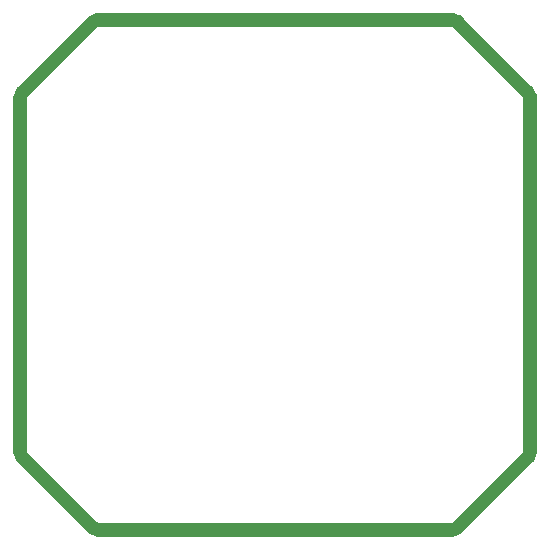
<source format=gm1>
G04*
G04 #@! TF.GenerationSoftware,Altium Limited,CircuitMaker,2.0.3 (51)*
G04*
G04 Layer_Color=16740166*
%FSLAX44Y44*%
%MOMM*%
G71*
G04*
G04 #@! TF.SameCoordinates,C8AC64B2-932A-4FD2-A93B-DAD22475A408*
G04*
G04*
G04 #@! TF.FilePolarity,Positive*
G04*
G01*
G75*
%ADD69C,1.2000*%
D69*
X976000Y1040000D02*
G03*
X974243Y1044243I-6000J0D01*
G01*
X976000Y1040000D02*
G03*
X974243Y1044243I-6000J0D01*
G01*
X914243Y1104243D02*
G03*
X910000Y1106000I-4243J-4243D01*
G01*
X914243Y1104243D02*
G03*
X910000Y1106000I-4243J-4243D01*
G01*
X974243Y735757D02*
G03*
X976000Y740000I-4243J4243D01*
G01*
X974243Y735757D02*
G03*
X976000Y740000I-4243J4243D01*
G01*
X910000Y674000D02*
G03*
X914243Y675757I0J6000D01*
G01*
X910000Y674000D02*
G03*
X914243Y675757I0J6000D01*
G01*
X610000Y1106000D02*
G03*
X605757Y1104243I0J-6000D01*
G01*
X610000Y1106000D02*
G03*
X605757Y1104243I0J-6000D01*
G01*
X545757Y1044243D02*
G03*
X544000Y1040000I4243J-4243D01*
G01*
X545757Y1044243D02*
G03*
X544000Y1040000I4243J-4243D01*
G01*
X605757Y675757D02*
G03*
X610000Y674000I4243J4243D01*
G01*
X544000Y740000D02*
G03*
X545757Y735757I6000J0D01*
G01*
X544000Y740000D02*
G03*
X545757Y735757I6000J0D01*
G01*
X605757Y675757D02*
G03*
X610000Y674000I4243J4243D01*
G01*
X914243Y1104243D02*
X974243Y1044243D01*
X976000Y740000D02*
Y1040000D01*
X914243Y675757D02*
X974243Y735757D01*
X610000Y1106000D02*
X910000D01*
X545757Y1044243D02*
X605757Y1104243D01*
X544000Y740000D02*
Y1040000D01*
X610000Y674000D02*
X910000D01*
X545757Y735757D02*
X605757Y675757D01*
M02*

</source>
